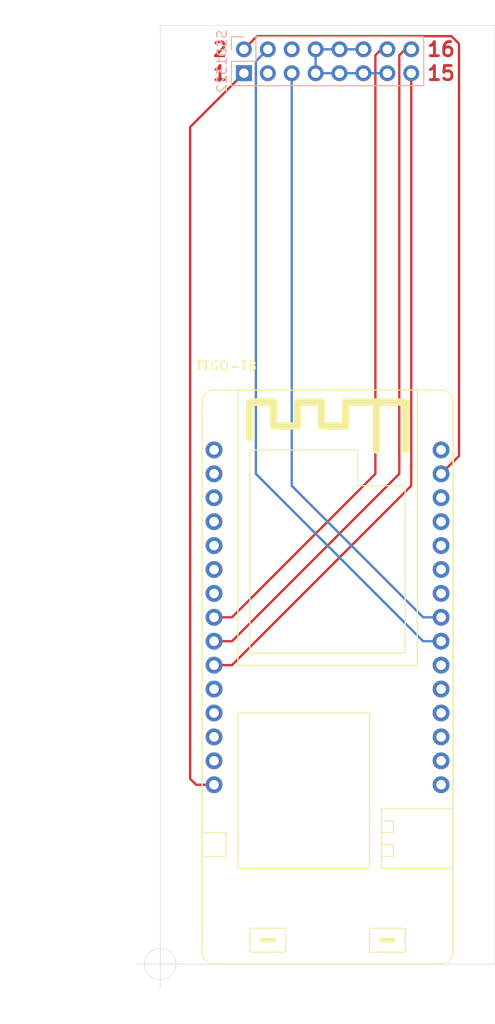
<source format=kicad_pcb>
(kicad_pcb (version 20171130) (host pcbnew 5.1.9)

  (general
    (thickness 1.6)
    (drawings 11)
    (tracks 37)
    (zones 0)
    (modules 2)
    (nets 1)
  )

  (page A4)
  (title_block
    (title Verbindungsplatine)
    (date 2021-03-26)
    (company "Oliver Jaksch")
  )

  (layers
    (0 F.Cu signal)
    (31 B.Cu signal)
    (32 B.Adhes user)
    (33 F.Adhes user)
    (34 B.Paste user)
    (35 F.Paste user)
    (36 B.SilkS user)
    (37 F.SilkS user)
    (38 B.Mask user)
    (39 F.Mask user)
    (40 Dwgs.User user)
    (41 Cmts.User user)
    (42 Eco1.User user)
    (43 Eco2.User user)
    (44 Edge.Cuts user)
    (45 Margin user)
    (46 B.CrtYd user)
    (47 F.CrtYd user)
    (48 B.Fab user)
    (49 F.Fab user)
  )

  (setup
    (last_trace_width 0.25)
    (trace_clearance 0.2)
    (zone_clearance 0.508)
    (zone_45_only no)
    (trace_min 0.2)
    (via_size 0.8)
    (via_drill 0.4)
    (via_min_size 0.4)
    (via_min_drill 0.3)
    (uvia_size 0.3)
    (uvia_drill 0.1)
    (uvias_allowed no)
    (uvia_min_size 0.2)
    (uvia_min_drill 0.1)
    (edge_width 0.05)
    (segment_width 0.2)
    (pcb_text_width 0.3)
    (pcb_text_size 1.5 1.5)
    (mod_edge_width 0.12)
    (mod_text_size 1 1)
    (mod_text_width 0.15)
    (pad_size 1.7 1.7)
    (pad_drill 1)
    (pad_to_mask_clearance 0)
    (aux_axis_origin 132.08 151.13)
    (grid_origin 132.08 151.13)
    (visible_elements FFFFFF7F)
    (pcbplotparams
      (layerselection 0x010fc_ffffffff)
      (usegerberextensions true)
      (usegerberattributes false)
      (usegerberadvancedattributes false)
      (creategerberjobfile false)
      (excludeedgelayer true)
      (linewidth 0.150000)
      (plotframeref false)
      (viasonmask false)
      (mode 1)
      (useauxorigin false)
      (hpglpennumber 1)
      (hpglpenspeed 20)
      (hpglpendiameter 15.000000)
      (psnegative false)
      (psa4output false)
      (plotreference true)
      (plotvalue true)
      (plotinvisibletext false)
      (padsonsilk true)
      (subtractmaskfromsilk false)
      (outputformat 1)
      (mirror false)
      (drillshape 0)
      (scaleselection 1)
      (outputdirectory "/tmp/x/pcbway"))
  )

  (net 0 "")

  (net_class Default "Dies ist die voreingestellte Netzklasse."
    (clearance 0.2)
    (trace_width 0.25)
    (via_dia 0.8)
    (via_drill 0.4)
    (uvia_dia 0.3)
    (uvia_drill 0.1)
  )

  (module ttgo:TTGO-T8 (layer F.Cu) (tedit 605DCED6) (tstamp 605E0884)
    (at 137.795 96.52)
    (fp_text reference TTGO-T8 (at 1.27 -8.89) (layer F.SilkS)
      (effects (font (size 1 1) (thickness 0.15)))
    )
    (fp_text value TTGO-T8 (at 9.525 35.56) (layer F.Fab)
      (effects (font (size 1 1) (thickness 0.15)))
    )
    (fp_line (start 17.272 0) (end 17.272 -5.08) (layer F.SilkS) (width 0.8))
    (fp_line (start 3.81 -5.08) (end 3.81 -1.27) (layer F.SilkS) (width 0.8))
    (fp_line (start 6.35 -5.08) (end 3.81 -5.08) (layer F.SilkS) (width 0.8))
    (fp_line (start 6.35 -2.54) (end 6.35 -5.08) (layer F.SilkS) (width 0.8))
    (fp_line (start 8.89 -2.54) (end 6.35 -2.54) (layer F.SilkS) (width 0.8))
    (fp_line (start 8.89 -5.08) (end 8.89 -2.54) (layer F.SilkS) (width 0.8))
    (fp_line (start 11.43 -5.08) (end 8.89 -5.08) (layer F.SilkS) (width 0.8))
    (fp_line (start 11.43 -2.54) (end 11.43 -5.08) (layer F.SilkS) (width 0.8))
    (fp_line (start 13.97 -2.54) (end 11.43 -2.54) (layer F.SilkS) (width 0.8))
    (fp_line (start 13.97 -5.08) (end 13.97 -2.54) (layer F.SilkS) (width 0.8))
    (fp_line (start 15.24 -5.08) (end 13.97 -5.08) (layer F.SilkS) (width 0.8))
    (fp_line (start 20.32 -5.08) (end 15.24 -5.08) (layer F.SilkS) (width 0.8))
    (fp_line (start 20.32 0) (end 20.32 -5.08) (layer F.SilkS) (width 0.8))
    (fp_line (start 5.08 52.07) (end 6.35 52.07) (layer F.SilkS) (width 0.5))
    (fp_line (start 3.81 50.8) (end 7.62 50.8) (layer F.SilkS) (width 0.12))
    (fp_line (start 3.81 53.34) (end 3.81 50.8) (layer F.SilkS) (width 0.12))
    (fp_line (start 7.62 53.34) (end 3.81 53.34) (layer F.SilkS) (width 0.12))
    (fp_line (start 7.62 50.8) (end 7.62 53.34) (layer F.SilkS) (width 0.12))
    (fp_line (start 3.81 21.59) (end 3.81 0) (layer F.SilkS) (width 0.12))
    (fp_line (start 20.32 21.59) (end 3.81 21.59) (layer F.SilkS) (width 0.12))
    (fp_line (start 20.32 3.81) (end 20.32 21.59) (layer F.SilkS) (width 0.12))
    (fp_line (start 15.24 3.81) (end 20.32 3.81) (layer F.SilkS) (width 0.12))
    (fp_line (start 15.24 2.54) (end 15.24 3.81) (layer F.SilkS) (width 0.12))
    (fp_line (start 15.24 0) (end 15.24 2.54) (layer F.SilkS) (width 0.12))
    (fp_line (start 3.81 0) (end 15.24 0) (layer F.SilkS) (width 0.12))
    (fp_line (start 21.59 22.86) (end 21.59 -6.35) (layer F.SilkS) (width 0.12))
    (fp_line (start 2.54 22.86) (end 21.59 22.86) (layer F.SilkS) (width 0.12))
    (fp_line (start 2.54 22.86) (end 2.54 -6.35) (layer F.SilkS) (width 0.12))
    (fp_line (start 1.27 43.18) (end -1.27 43.18) (layer F.SilkS) (width 0.12))
    (fp_line (start 1.27 40.64) (end 1.27 43.18) (layer F.SilkS) (width 0.12))
    (fp_line (start -1.27 40.64) (end 1.27 40.64) (layer F.SilkS) (width 0.12))
    (fp_line (start 2.54 44.45) (end 2.54 27.94) (layer F.SilkS) (width 0.12))
    (fp_line (start 16.51 44.45) (end 2.54 44.45) (layer F.SilkS) (width 0.12))
    (fp_line (start 16.51 27.94) (end 16.51 44.45) (layer F.SilkS) (width 0.12))
    (fp_line (start 2.54 27.94) (end 16.51 27.94) (layer F.SilkS) (width 0.12))
    (fp_line (start 17.78 44.45) (end 25.4 44.45) (layer F.SilkS) (width 0.12))
    (fp_line (start 17.78 43.18) (end 17.78 44.45) (layer F.SilkS) (width 0.12))
    (fp_line (start 19.05 43.18) (end 17.78 43.18) (layer F.SilkS) (width 0.12))
    (fp_line (start 19.05 41.91) (end 19.05 43.18) (layer F.SilkS) (width 0.12))
    (fp_line (start 17.78 41.91) (end 19.05 41.91) (layer F.SilkS) (width 0.12))
    (fp_line (start 17.78 40.64) (end 17.78 41.91) (layer F.SilkS) (width 0.12))
    (fp_line (start 19.05 40.64) (end 17.78 40.64) (layer F.SilkS) (width 0.12))
    (fp_line (start 19.05 39.37) (end 19.05 40.64) (layer F.SilkS) (width 0.12))
    (fp_line (start 17.78 39.37) (end 19.05 39.37) (layer F.SilkS) (width 0.12))
    (fp_line (start 17.78 38.1) (end 17.78 43.18) (layer F.SilkS) (width 0.12))
    (fp_line (start 25.4 38.1) (end 17.78 38.1) (layer F.SilkS) (width 0.12))
    (fp_line (start 24.13 -6.35) (end 0 -6.35) (layer F.SilkS) (width 0.12))
    (fp_line (start 25.4 -5.08) (end 25.4 -5.08) (layer F.SilkS) (width 0.12))
    (fp_line (start 0 54.61) (end 24.13 54.61) (layer F.SilkS) (width 0.12))
    (fp_line (start -1.27 35.56) (end -1.27 50.8) (layer F.SilkS) (width 0.12))
    (fp_line (start -1.27 -3.81) (end -1.27 53.34) (layer F.SilkS) (width 0.12))
    (fp_line (start -1.27 -5.08) (end -1.27 -3.81) (layer F.SilkS) (width 0.12))
    (fp_line (start 25.4 -5.08) (end 25.4 53.34) (layer F.SilkS) (width 0.15))
    (fp_line (start 20.32 50.8) (end 20.32 53.34) (layer F.SilkS) (width 0.12))
    (fp_line (start 20.32 53.34) (end 16.51 53.34) (layer F.SilkS) (width 0.12))
    (fp_line (start 16.51 53.34) (end 16.51 50.8) (layer F.SilkS) (width 0.12))
    (fp_line (start 17.78 52.07) (end 19.05 52.07) (layer F.SilkS) (width 0.5))
    (fp_line (start 16.51 50.8) (end 20.32 50.8) (layer F.SilkS) (width 0.12))
    (fp_arc (start 0 -5.08) (end 0 -6.35) (angle -90) (layer F.SilkS) (width 0.12))
    (fp_arc (start 24.13 -5.08) (end 25.4 -5.08) (angle -90) (layer F.SilkS) (width 0.12))
    (fp_arc (start 24.13 53.34) (end 24.13 54.61) (angle -90) (layer F.SilkS) (width 0.12))
    (fp_arc (start 0 53.34) (end -1.27 53.34) (angle -90) (layer F.SilkS) (width 0.12))
    (pad 5V thru_hole circle (at 24.13 35.56) (size 1.8 1.8) (drill 1.02) (layers *.Cu *.Mask))
    (pad 4 thru_hole circle (at 24.13 33.02) (size 1.8 1.8) (drill 1.02) (layers *.Cu *.Mask))
    (pad 0 thru_hole circle (at 24.13 30.48) (size 1.8 1.8) (drill 1.02) (layers *.Cu *.Mask))
    (pad GND thru_hole circle (at 24.13 27.94) (size 1.8 1.8) (drill 1.02) (layers *.Cu *.Mask))
    (pad 2 thru_hole circle (at 24.13 25.4) (size 1.8 1.8) (drill 1.02) (layers *.Cu *.Mask))
    (pad 5 thru_hole circle (at 24.13 22.86) (size 1.8 1.8) (drill 1.02) (layers *.Cu *.Mask))
    (pad 18 thru_hole circle (at 24.13 20.32) (size 1.8 1.8) (drill 1.02) (layers *.Cu *.Mask))
    (pad 23 thru_hole circle (at 24.13 17.78) (size 1.8 1.8) (drill 1.02) (layers *.Cu *.Mask))
    (pad 19 thru_hole circle (at 24.13 15.24) (size 1.8 1.8) (drill 1.02) (layers *.Cu *.Mask))
    (pad 22 thru_hole circle (at 24.13 12.7) (size 1.8 1.8) (drill 1.02) (layers *.Cu *.Mask))
    (pad RXD thru_hole circle (at 24.13 10.16) (size 1.8 1.8) (drill 1.02) (layers *.Cu *.Mask))
    (pad TXD thru_hole circle (at 24.13 7.62) (size 1.8 1.8) (drill 1.02) (layers *.Cu *.Mask))
    (pad 21 thru_hole circle (at 24.13 5.08) (size 1.8 1.8) (drill 1.02) (layers *.Cu *.Mask))
    (pad 3-3 thru_hole circle (at 24.13 2.54) (size 1.8 1.8) (drill 1.02) (layers *.Cu *.Mask))
    (pad GND thru_hole circle (at 24.13 0) (size 1.8 1.8) (drill 1.02) (layers *.Cu *.Mask))
    (pad GND thru_hole circle (at 0 35.56) (size 1.8 1.8) (drill 1.02) (layers *.Cu *.Mask))
    (pad 15 thru_hole circle (at 0 33.02) (size 1.8 1.8) (drill 1.02) (layers *.Cu *.Mask))
    (pad 13 thru_hole circle (at 0 30.48) (size 1.8 1.8) (drill 1.02) (layers *.Cu *.Mask))
    (pad 12 thru_hole circle (at 0 27.94) (size 1.8 1.8) (drill 1.02) (layers *.Cu *.Mask))
    (pad 14 thru_hole circle (at 0 25.4) (size 1.8 1.8) (drill 1.02) (layers *.Cu *.Mask))
    (pad 27 thru_hole circle (at 0 22.86) (size 1.8 1.8) (drill 1.02) (layers *.Cu *.Mask))
    (pad 26 thru_hole circle (at 0 20.32) (size 1.8 1.8) (drill 1.02) (layers *.Cu *.Mask))
    (pad 25 thru_hole circle (at 0 17.78) (size 1.8 1.8) (drill 1.02) (layers *.Cu *.Mask))
    (pad 33 thru_hole circle (at 0 15.24) (size 1.8 1.8) (drill 1.02) (layers *.Cu *.Mask))
    (pad 32 thru_hole circle (at 0 12.7) (size 1.8 1.8) (drill 1.02) (layers *.Cu *.Mask))
    (pad 35 thru_hole circle (at 0 10.16) (size 1.8 1.8) (drill 1.02) (layers *.Cu *.Mask))
    (pad 34 thru_hole circle (at 0 7.62) (size 1.8 1.8) (drill 1.02) (layers *.Cu *.Mask))
    (pad RST thru_hole circle (at 0 5.08) (size 1.8 1.8) (drill 1.02) (layers *.Cu *.Mask))
    (pad VN thru_hole circle (at 0 2.54) (size 1.8 1.8) (drill 1.02) (layers *.Cu *.Mask))
    (pad VP thru_hole circle (at 0 0) (size 1.8 1.8) (drill 1.02) (layers *.Cu *.Mask))
  )

  (module Pin_Headers:Pin_Header_Straight_2x08_Pitch2.54mm (layer B.Cu) (tedit 605C3FD7) (tstamp 605C3267)
    (at 140.97 53.975 270)
    (descr "Through hole straight pin header, 2x08, 2.54mm pitch, double rows")
    (tags "Through hole pin header THT 2x08 2.54mm double row")
    (fp_text reference SSD1322 (at 1.27 2.33 90) (layer B.SilkS)
      (effects (font (size 1 1) (thickness 0.15)) (justify mirror))
    )
    (fp_text value Pin_Header_2x08 (at 1.27 -20.11 90) (layer B.Fab)
      (effects (font (size 1 1) (thickness 0.15)) (justify mirror))
    )
    (fp_line (start 4.35 1.8) (end -1.8 1.8) (layer B.CrtYd) (width 0.05))
    (fp_line (start 4.35 -19.55) (end 4.35 1.8) (layer B.CrtYd) (width 0.05))
    (fp_line (start -1.8 -19.55) (end 4.35 -19.55) (layer B.CrtYd) (width 0.05))
    (fp_line (start -1.8 1.8) (end -1.8 -19.55) (layer B.CrtYd) (width 0.05))
    (fp_line (start -1.33 1.33) (end 0 1.33) (layer B.SilkS) (width 0.12))
    (fp_line (start -1.33 0) (end -1.33 1.33) (layer B.SilkS) (width 0.12))
    (fp_line (start 1.27 1.33) (end 3.87 1.33) (layer B.SilkS) (width 0.12))
    (fp_line (start 1.27 -1.27) (end 1.27 1.33) (layer B.SilkS) (width 0.12))
    (fp_line (start -1.33 -1.27) (end 1.27 -1.27) (layer B.SilkS) (width 0.12))
    (fp_line (start 3.87 1.33) (end 3.87 -19.11) (layer B.SilkS) (width 0.12))
    (fp_line (start -1.33 -1.27) (end -1.33 -19.11) (layer B.SilkS) (width 0.12))
    (fp_line (start -1.33 -19.11) (end 3.87 -19.11) (layer B.SilkS) (width 0.12))
    (fp_line (start -1.27 0) (end 0 1.27) (layer B.Fab) (width 0.1))
    (fp_line (start -1.27 -19.05) (end -1.27 0) (layer B.Fab) (width 0.1))
    (fp_line (start 3.81 -19.05) (end -1.27 -19.05) (layer B.Fab) (width 0.1))
    (fp_line (start 3.81 1.27) (end 3.81 -19.05) (layer B.Fab) (width 0.1))
    (fp_line (start 0 1.27) (end 3.81 1.27) (layer B.Fab) (width 0.1))
    (fp_text user %R (at 1.27 -8.89 180) (layer B.Fab)
      (effects (font (size 1 1) (thickness 0.15)) (justify mirror))
    )
    (pad 1 thru_hole rect (at 2.54 0 270) (size 1.7 1.7) (drill 1) (layers *.Cu *.Mask))
    (pad 2 thru_hole oval (at 0 0 270) (size 1.7 1.7) (drill 1) (layers *.Cu *.Mask))
    (pad 4 thru_hole oval (at 0 -2.54 270) (size 1.7 1.7) (drill 1) (layers *.Cu *.Mask))
    (pad 3 thru_hole oval (at 2.54 -2.54 270) (size 1.7 1.7) (drill 1) (layers *.Cu *.Mask))
    (pad 6 thru_hole oval (at 0 -5.08 270) (size 1.7 1.7) (drill 1) (layers *.Cu *.Mask))
    (pad 5 thru_hole oval (at 2.54 -5.08 270) (size 1.7 1.7) (drill 1) (layers *.Cu *.Mask))
    (pad 8 thru_hole oval (at 0 -7.62 270) (size 1.7 1.7) (drill 1) (layers *.Cu *.Mask))
    (pad 7 thru_hole oval (at 2.54 -7.62 270) (size 1.7 1.7) (drill 1) (layers *.Cu *.Mask))
    (pad 10 thru_hole oval (at 0 -10.16 270) (size 1.7 1.7) (drill 1) (layers *.Cu *.Mask))
    (pad 9 thru_hole oval (at 2.54 -10.16 270) (size 1.7 1.7) (drill 1) (layers *.Cu *.Mask))
    (pad 12 thru_hole oval (at 0 -12.7 270) (size 1.7 1.7) (drill 1) (layers *.Cu *.Mask))
    (pad 11 thru_hole oval (at 2.54 -12.7 270) (size 1.7 1.7) (drill 1) (layers *.Cu *.Mask))
    (pad 14 thru_hole oval (at 0 -15.24 270) (size 1.7 1.7) (drill 1) (layers *.Cu *.Mask))
    (pad 13 thru_hole oval (at 2.54 -15.24 270) (size 1.7 1.7) (drill 1) (layers *.Cu *.Mask))
    (pad 16 thru_hole oval (at 0 -17.78 270) (size 1.7 1.7) (drill 1) (layers *.Cu *.Mask))
    (pad 15 thru_hole oval (at 2.54 -17.78 270) (size 1.7 1.7) (drill 1) (layers *.Cu *.Mask))
    (model ${KISYS3DMOD}/Pin_Headers.3dshapes/Pin_Header_Straight_2x08_Pitch2.54mm.wrl
      (at (xyz 0 0 0))
      (scale (xyz 1 1 1))
      (rotate (xyz 0 0 0))
    )
  )

  (dimension 60.96 (width 0.15) (layer Dwgs.User)
    (gr_text "60,960 mm" (at 118.715 120.65 90) (layer Dwgs.User)
      (effects (font (size 1 1) (thickness 0.15)))
    )
    (feature1 (pts (xy 128.27 90.17) (xy 119.428579 90.17)))
    (feature2 (pts (xy 128.27 151.13) (xy 119.428579 151.13)))
    (crossbar (pts (xy 120.015 151.13) (xy 120.015 90.17)))
    (arrow1a (pts (xy 120.015 90.17) (xy 120.601421 91.296504)))
    (arrow1b (pts (xy 120.015 90.17) (xy 119.428579 91.296504)))
    (arrow2a (pts (xy 120.015 151.13) (xy 120.601421 150.003496)))
    (arrow2b (pts (xy 120.015 151.13) (xy 119.428579 150.003496)))
  )
  (dimension 26.67 (width 0.15) (layer Dwgs.User)
    (gr_text "26,670 mm" (at 149.86 158.145) (layer Dwgs.User)
      (effects (font (size 1 1) (thickness 0.15)))
    )
    (feature1 (pts (xy 163.195 153.035) (xy 163.195 157.431421)))
    (feature2 (pts (xy 136.525 153.035) (xy 136.525 157.431421)))
    (crossbar (pts (xy 136.525 156.845) (xy 163.195 156.845)))
    (arrow1a (pts (xy 163.195 156.845) (xy 162.068496 157.431421)))
    (arrow1b (pts (xy 163.195 156.845) (xy 162.068496 156.258579)))
    (arrow2a (pts (xy 136.525 156.845) (xy 137.651504 157.431421)))
    (arrow2b (pts (xy 136.525 156.845) (xy 137.651504 156.258579)))
  )
  (gr_line (start 167.64 151.13) (end 167.64 51.435) (layer Edge.Cuts) (width 0.05) (tstamp 605C8505))
  (gr_line (start 132.08 51.435) (end 132.08 151.13) (layer Edge.Cuts) (width 0.05) (tstamp 605C8503))
  (gr_line (start 167.64 51.435) (end 132.08 51.435) (layer Edge.Cuts) (width 0.05))
  (gr_line (start 132.08 151.13) (end 167.64 151.13) (layer Edge.Cuts) (width 0.05))
  (target plus (at 132.08 151.13) (size 5) (width 0.05) (layer Edge.Cuts) (tstamp 605C8403))
  (gr_text 16 (at 161.925 53.975) (layer F.Cu)
    (effects (font (size 1.5 1.5) (thickness 0.3)))
  )
  (gr_text 15 (at 161.925 56.515) (layer F.Cu)
    (effects (font (size 1.5 1.5) (thickness 0.3)))
  )
  (gr_text 2 (at 138.43 53.975) (layer F.Cu)
    (effects (font (size 1.5 1.5) (thickness 0.3)))
  )
  (gr_text 1 (at 138.43 56.515) (layer F.Cu)
    (effects (font (size 1.5 1.5) (thickness 0.3)))
  )

  (segment (start 142.24 55.245) (end 142.875 54.61) (width 0.25) (layer B.Cu) (net 0))
  (segment (start 142.24 97.155) (end 142.24 55.245) (width 0.25) (layer B.Cu) (net 0))
  (segment (start 155.575 53.975) (end 154.94 54.61) (width 0.25) (layer F.Cu) (net 0))
  (segment (start 158.75 56.515) (end 158.75 98.425) (width 0.25) (layer F.Cu) (net 0))
  (segment (start 158.115 53.975) (end 157.48 54.61) (width 0.25) (layer F.Cu) (net 0))
  (segment (start 157.48 54.61) (end 157.48 97.155) (width 0.25) (layer F.Cu) (net 0))
  (segment (start 161.925 116.84) (end 160.02 116.84) (width 0.25) (layer B.Cu) (net 0))
  (segment (start 160.02 116.84) (end 142.24 99.06) (width 0.25) (layer B.Cu) (net 0))
  (segment (start 142.24 99.06) (end 142.24 97.155) (width 0.25) (layer B.Cu) (net 0))
  (segment (start 161.925 114.3) (end 160.02 114.3) (width 0.25) (layer B.Cu) (net 0))
  (segment (start 160.02 114.3) (end 146.05 100.33) (width 0.25) (layer B.Cu) (net 0))
  (segment (start 146.05 100.33) (end 146.05 97.79) (width 0.25) (layer B.Cu) (net 0))
  (segment (start 146.05 97.79) (end 146.05 98.425) (width 0.25) (layer B.Cu) (net 0))
  (segment (start 146.05 56.515) (end 146.05 97.79) (width 0.25) (layer B.Cu) (net 0))
  (segment (start 137.795 119.38) (end 139.7 119.38) (width 0.25) (layer F.Cu) (net 0))
  (segment (start 139.7 119.38) (end 158.75 100.33) (width 0.25) (layer F.Cu) (net 0))
  (segment (start 158.75 100.33) (end 158.75 97.79) (width 0.25) (layer F.Cu) (net 0))
  (segment (start 137.795 116.84) (end 139.7 116.84) (width 0.25) (layer F.Cu) (net 0))
  (segment (start 139.7 116.84) (end 157.48 99.06) (width 0.25) (layer F.Cu) (net 0))
  (segment (start 157.48 99.06) (end 157.48 97.155) (width 0.25) (layer F.Cu) (net 0))
  (segment (start 137.795 114.3) (end 139.7 114.3) (width 0.25) (layer F.Cu) (net 0))
  (segment (start 139.7 114.3) (end 154.94 99.06) (width 0.25) (layer F.Cu) (net 0))
  (segment (start 154.94 99.06) (end 154.94 96.52) (width 0.25) (layer F.Cu) (net 0))
  (segment (start 154.94 96.52) (end 154.94 54.61) (width 0.25) (layer F.Cu) (net 0))
  (segment (start 154.94 97.155) (end 154.94 96.52) (width 0.25) (layer F.Cu) (net 0))
  (segment (start 137.795 132.08) (end 135.89 132.08) (width 0.25) (layer F.Cu) (net 0))
  (segment (start 135.89 132.08) (end 135.255 131.445) (width 0.25) (layer F.Cu) (net 0))
  (segment (start 135.255 62.23) (end 140.97 56.515) (width 0.25) (layer F.Cu) (net 0))
  (segment (start 135.255 131.445) (end 135.255 62.23) (width 0.25) (layer F.Cu) (net 0))
  (segment (start 140.97 53.975) (end 142.367 52.578) (width 0.25) (layer F.Cu) (net 0))
  (segment (start 163.021194 52.578) (end 163.83 53.386806) (width 0.25) (layer F.Cu) (net 0))
  (segment (start 142.367 52.578) (end 163.021194 52.578) (width 0.25) (layer F.Cu) (net 0))
  (segment (start 163.83 97.155) (end 161.925 99.06) (width 0.25) (layer F.Cu) (net 0))
  (segment (start 163.83 53.386806) (end 163.83 97.155) (width 0.25) (layer F.Cu) (net 0))
  (segment (start 148.59 53.975) (end 148.59 56.515) (width 0.25) (layer B.Cu) (net 0))
  (segment (start 156.21 56.515) (end 148.59 56.515) (width 0.25) (layer B.Cu) (net 0))
  (segment (start 148.59 53.975) (end 153.67 53.975) (width 0.25) (layer B.Cu) (net 0))

)

</source>
